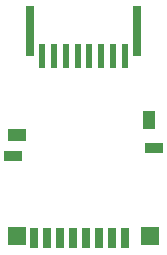
<source format=gbr>
%TF.GenerationSoftware,KiCad,Pcbnew,(6.0.7)*%
%TF.CreationDate,2023-02-25T23:23:10-06:00*%
%TF.ProjectId,SDCardToFFC,53444361-7264-4546-9f46-46432e6b6963,rev?*%
%TF.SameCoordinates,Original*%
%TF.FileFunction,Paste,Top*%
%TF.FilePolarity,Positive*%
%FSLAX46Y46*%
G04 Gerber Fmt 4.6, Leading zero omitted, Abs format (unit mm)*
G04 Created by KiCad (PCBNEW (6.0.7)) date 2023-02-25 23:23:10*
%MOMM*%
%LPD*%
G01*
G04 APERTURE LIST*
%ADD10R,0.762000X1.803400*%
%ADD11R,1.498600X1.498600*%
%ADD12R,1.549400X0.838200*%
%ADD13R,1.549400X1.041400*%
%ADD14R,1.041400X1.549400*%
%ADD15R,0.600000X2.000000*%
%ADD16R,0.700000X4.200000*%
G04 APERTURE END LIST*
D10*
%TO.C,J2*%
X143250712Y-94170701D03*
X142150711Y-94170701D03*
X141050711Y-94170701D03*
X139950711Y-94170701D03*
X138850713Y-94170701D03*
X137750713Y-94170701D03*
X136650712Y-94170701D03*
X135550712Y-94170701D03*
D11*
X134075000Y-94018301D03*
X145325000Y-94018301D03*
D12*
X133744792Y-87193702D03*
X145655208Y-86543701D03*
D13*
X134100316Y-85439700D03*
D14*
X145254294Y-84118702D03*
%TD*%
D15*
%TO.C,J1*%
X136200000Y-78700000D03*
X137200000Y-78700000D03*
X138200000Y-78700000D03*
X139200000Y-78700000D03*
X140200000Y-78700000D03*
X141200000Y-78700000D03*
X142200000Y-78700000D03*
X143200000Y-78700000D03*
D16*
X135200000Y-76600000D03*
X144200000Y-76600000D03*
%TD*%
M02*

</source>
